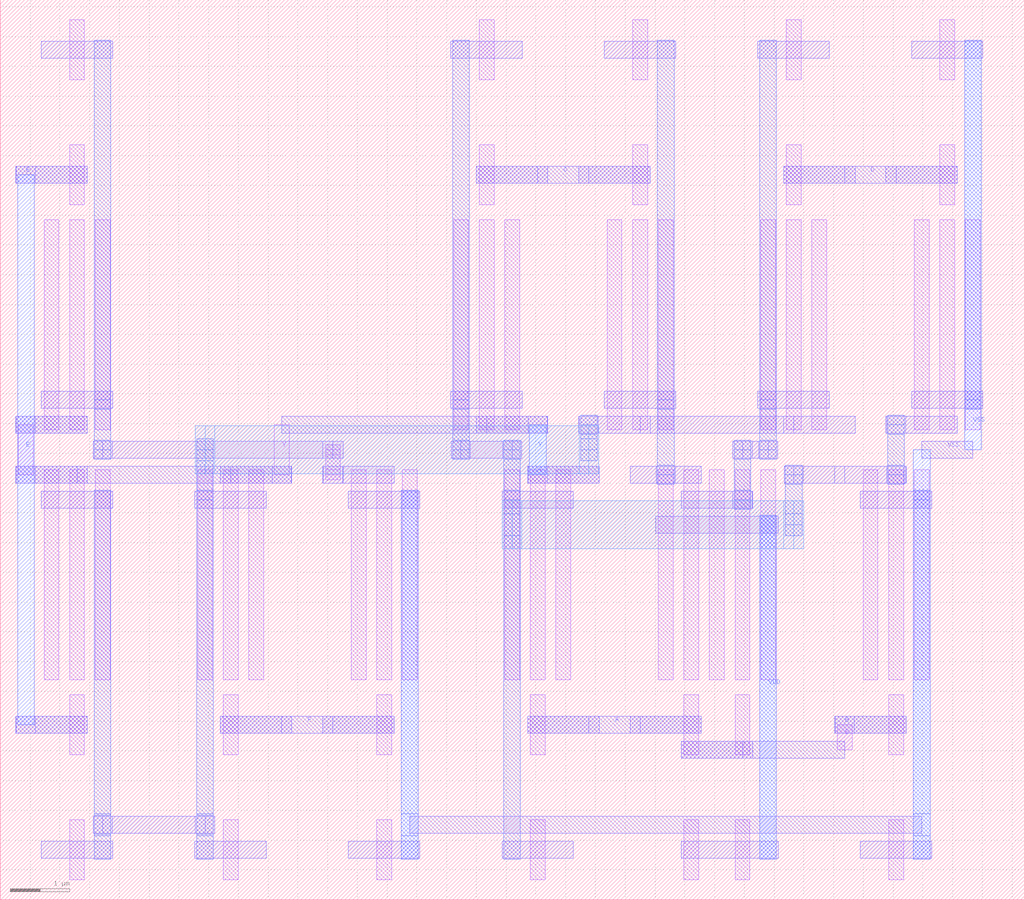
<source format=lef>
MACRO TEST
  ORIGIN 0 0 ;
  FOREIGN TEST 0 0 ;
  SIZE 17.2 BY 15.12 ;
  PIN E
    DIRECTION INOUT ;
    USE SIGNAL ;
    PORT 
      LAYER M2 ;
        RECT 0.26 2.8 1.46 3.08 ;
      LAYER M2 ;
        RECT 0.26 12.04 1.46 12.32 ;
      LAYER M2 ;
        RECT 0.27 2.8 0.59 3.08 ;
      LAYER M3 ;
        RECT 0.29 2.94 0.57 12.18 ;
      LAYER M2 ;
        RECT 0.27 12.04 0.59 12.32 ;
    END
  END E
  PIN Y
    DIRECTION INOUT ;
    USE SIGNAL ;
    PORT 
      LAYER M2 ;
        RECT 0.26 7 1.46 7.28 ;
      LAYER M2 ;
        RECT 0.26 7.84 1.46 8.12 ;
      LAYER M2 ;
        RECT 0.27 7 0.59 7.28 ;
      LAYER M1 ;
        RECT 0.305 7.14 0.555 7.98 ;
      LAYER M2 ;
        RECT 0.27 7.84 0.59 8.12 ;
      LAYER M2 ;
        RECT 3.7 7 4.9 7.28 ;
      LAYER M2 ;
        RECT 8 7.84 9.2 8.12 ;
      LAYER M2 ;
        RECT 8.86 7 10.06 7.28 ;
      LAYER M2 ;
        RECT 1.29 7 3.87 7.28 ;
      LAYER M2 ;
        RECT 4.57 7 4.89 7.28 ;
      LAYER M1 ;
        RECT 4.605 7.14 4.855 7.98 ;
      LAYER M2 ;
        RECT 4.73 7.84 8.17 8.12 ;
      LAYER M2 ;
        RECT 8.87 7.84 9.19 8.12 ;
      LAYER M3 ;
        RECT 8.89 7.14 9.17 7.98 ;
      LAYER M2 ;
        RECT 8.87 7 9.19 7.28 ;
    END
  END Y
  PIN A
    DIRECTION INOUT ;
    USE SIGNAL ;
    PORT 
      LAYER M2 ;
        RECT 8.86 2.8 10.06 3.08 ;
      LAYER M2 ;
        RECT 10.58 2.8 11.78 3.08 ;
      LAYER M2 ;
        RECT 9.89 2.8 10.75 3.08 ;
    END
  END A
  PIN B
    DIRECTION INOUT ;
    USE SIGNAL ;
    PORT 
      LAYER M2 ;
        RECT 11.44 2.38 12.64 2.66 ;
      LAYER M2 ;
        RECT 14.02 2.8 15.22 3.08 ;
      LAYER M2 ;
        RECT 12.47 2.38 14.19 2.66 ;
      LAYER M1 ;
        RECT 14.065 2.52 14.315 2.94 ;
      LAYER M2 ;
        RECT 14.03 2.8 14.35 3.08 ;
    END
  END B
  PIN VDD
    DIRECTION INOUT ;
    USE SIGNAL ;
    PORT 
      LAYER M3 ;
        RECT 12.76 0.68 13.04 6.46 ;
    END
  END VDD
  PIN VSS
    DIRECTION INOUT ;
    USE SIGNAL ;
    PORT 
      LAYER M3 ;
        RECT 6.74 0.68 7.02 6.88 ;
      LAYER M3 ;
        RECT 15.34 0.68 15.62 6.88 ;
      LAYER M3 ;
        RECT 16.2 8.24 16.48 14.44 ;
      LAYER M3 ;
        RECT 6.74 1.075 7.02 1.445 ;
      LAYER M2 ;
        RECT 6.88 1.12 15.48 1.4 ;
      LAYER M3 ;
        RECT 15.34 1.075 15.62 1.445 ;
      LAYER M3 ;
        RECT 15.34 6.72 15.62 7.56 ;
      LAYER M2 ;
        RECT 15.48 7.42 16.34 7.7 ;
      LAYER M3 ;
        RECT 16.2 7.56 16.48 8.4 ;
    END
  END VSS
  PIN D
    DIRECTION INOUT ;
    USE SIGNAL ;
    PORT 
      LAYER M2 ;
        RECT 13.16 12.04 14.36 12.32 ;
      LAYER M2 ;
        RECT 14.88 12.04 16.08 12.32 ;
      LAYER M2 ;
        RECT 14.19 12.04 15.05 12.32 ;
    END
  END D
  PIN F
    DIRECTION INOUT ;
    USE SIGNAL ;
    PORT 
      LAYER M2 ;
        RECT 3.7 2.8 4.9 3.08 ;
      LAYER M2 ;
        RECT 5.42 2.8 6.62 3.08 ;
      LAYER M2 ;
        RECT 4.73 2.8 5.59 3.08 ;
    END
  END F
  PIN C
    DIRECTION INOUT ;
    USE SIGNAL ;
    PORT 
      LAYER M2 ;
        RECT 8 12.04 9.2 12.32 ;
      LAYER M2 ;
        RECT 9.72 12.04 10.92 12.32 ;
      LAYER M2 ;
        RECT 9.03 12.04 9.89 12.32 ;
    END
  END C
  OBS 
  LAYER M3 ;
        RECT 1.58 8.24 1.86 14.44 ;
  LAYER M2 ;
        RECT 5.42 7 6.62 7.28 ;
  LAYER M3 ;
        RECT 1.58 7.56 1.86 8.4 ;
  LAYER M2 ;
        RECT 1.72 7.42 5.59 7.7 ;
  LAYER M1 ;
        RECT 5.465 7.14 5.715 7.56 ;
  LAYER M2 ;
        RECT 5.43 7 5.75 7.28 ;
  LAYER M1 ;
        RECT 5.465 7.055 5.715 7.225 ;
  LAYER M2 ;
        RECT 5.42 7 5.76 7.28 ;
  LAYER M1 ;
        RECT 5.465 7.475 5.715 7.645 ;
  LAYER M2 ;
        RECT 5.42 7.42 5.76 7.7 ;
  LAYER M2 ;
        RECT 1.56 7.42 1.88 7.7 ;
  LAYER M3 ;
        RECT 1.58 7.4 1.86 7.72 ;
  LAYER M1 ;
        RECT 5.465 7.055 5.715 7.225 ;
  LAYER M2 ;
        RECT 5.42 7 5.76 7.28 ;
  LAYER M1 ;
        RECT 5.465 7.475 5.715 7.645 ;
  LAYER M2 ;
        RECT 5.42 7.42 5.76 7.7 ;
  LAYER M2 ;
        RECT 1.56 7.42 1.88 7.7 ;
  LAYER M3 ;
        RECT 1.58 7.4 1.86 7.72 ;
  LAYER M3 ;
        RECT 1.58 0.68 1.86 6.88 ;
  LAYER M3 ;
        RECT 3.3 0.68 3.58 6.88 ;
  LAYER M2 ;
        RECT 9.72 7.84 10.92 8.12 ;
  LAYER M2 ;
        RECT 13.16 7.84 14.36 8.12 ;
  LAYER M3 ;
        RECT 1.58 1.075 1.86 1.445 ;
  LAYER M2 ;
        RECT 1.72 1.12 3.44 1.4 ;
  LAYER M3 ;
        RECT 3.3 1.075 3.58 1.445 ;
  LAYER M3 ;
        RECT 3.3 6.72 3.58 7.56 ;
  LAYER M4 ;
        RECT 3.44 7.16 9.89 7.96 ;
  LAYER M3 ;
        RECT 9.75 7.56 10.03 7.98 ;
  LAYER M2 ;
        RECT 9.73 7.84 10.05 8.12 ;
  LAYER M2 ;
        RECT 10.75 7.84 13.33 8.12 ;
  LAYER M2 ;
        RECT 1.56 1.12 1.88 1.4 ;
  LAYER M3 ;
        RECT 1.58 1.1 1.86 1.42 ;
  LAYER M2 ;
        RECT 3.28 1.12 3.6 1.4 ;
  LAYER M3 ;
        RECT 3.3 1.1 3.58 1.42 ;
  LAYER M2 ;
        RECT 1.56 1.12 1.88 1.4 ;
  LAYER M3 ;
        RECT 1.58 1.1 1.86 1.42 ;
  LAYER M2 ;
        RECT 3.28 1.12 3.6 1.4 ;
  LAYER M3 ;
        RECT 3.3 1.1 3.58 1.42 ;
  LAYER M2 ;
        RECT 1.56 1.12 1.88 1.4 ;
  LAYER M3 ;
        RECT 1.58 1.1 1.86 1.42 ;
  LAYER M2 ;
        RECT 3.28 1.12 3.6 1.4 ;
  LAYER M3 ;
        RECT 3.3 1.1 3.58 1.42 ;
  LAYER M2 ;
        RECT 9.73 7.84 10.05 8.12 ;
  LAYER M3 ;
        RECT 9.75 7.82 10.03 8.14 ;
  LAYER M3 ;
        RECT 3.3 7.375 3.58 7.745 ;
  LAYER M4 ;
        RECT 3.275 7.16 3.605 7.96 ;
  LAYER M3 ;
        RECT 9.75 7.375 10.03 7.745 ;
  LAYER M4 ;
        RECT 9.725 7.16 10.055 7.96 ;
  LAYER M2 ;
        RECT 1.56 1.12 1.88 1.4 ;
  LAYER M3 ;
        RECT 1.58 1.1 1.86 1.42 ;
  LAYER M2 ;
        RECT 3.28 1.12 3.6 1.4 ;
  LAYER M3 ;
        RECT 3.3 1.1 3.58 1.42 ;
  LAYER M2 ;
        RECT 9.73 7.84 10.05 8.12 ;
  LAYER M3 ;
        RECT 9.75 7.82 10.03 8.14 ;
  LAYER M3 ;
        RECT 3.3 7.375 3.58 7.745 ;
  LAYER M4 ;
        RECT 3.275 7.16 3.605 7.96 ;
  LAYER M3 ;
        RECT 9.75 7.375 10.03 7.745 ;
  LAYER M4 ;
        RECT 9.725 7.16 10.055 7.96 ;
  LAYER M2 ;
        RECT 1.56 1.12 1.88 1.4 ;
  LAYER M3 ;
        RECT 1.58 1.1 1.86 1.42 ;
  LAYER M2 ;
        RECT 3.28 1.12 3.6 1.4 ;
  LAYER M3 ;
        RECT 3.3 1.1 3.58 1.42 ;
  LAYER M2 ;
        RECT 9.73 7.84 10.05 8.12 ;
  LAYER M3 ;
        RECT 9.75 7.82 10.03 8.14 ;
  LAYER M3 ;
        RECT 3.3 7.375 3.58 7.745 ;
  LAYER M4 ;
        RECT 3.275 7.16 3.605 7.96 ;
  LAYER M3 ;
        RECT 9.75 7.375 10.03 7.745 ;
  LAYER M4 ;
        RECT 9.725 7.16 10.055 7.96 ;
  LAYER M2 ;
        RECT 1.56 1.12 1.88 1.4 ;
  LAYER M3 ;
        RECT 1.58 1.1 1.86 1.42 ;
  LAYER M2 ;
        RECT 3.28 1.12 3.6 1.4 ;
  LAYER M3 ;
        RECT 3.3 1.1 3.58 1.42 ;
  LAYER M2 ;
        RECT 9.73 7.84 10.05 8.12 ;
  LAYER M3 ;
        RECT 9.75 7.82 10.03 8.14 ;
  LAYER M3 ;
        RECT 3.3 7.375 3.58 7.745 ;
  LAYER M4 ;
        RECT 3.275 7.16 3.605 7.96 ;
  LAYER M3 ;
        RECT 9.75 7.375 10.03 7.745 ;
  LAYER M4 ;
        RECT 9.725 7.16 10.055 7.96 ;
  LAYER M2 ;
        RECT 10.58 7 11.78 7.28 ;
  LAYER M3 ;
        RECT 11.04 8.24 11.32 14.44 ;
  LAYER M2 ;
        RECT 11.02 7 11.34 7.28 ;
  LAYER M3 ;
        RECT 11.04 7.14 11.32 8.4 ;
  LAYER M2 ;
        RECT 11.02 7 11.34 7.28 ;
  LAYER M3 ;
        RECT 11.04 6.98 11.32 7.3 ;
  LAYER M2 ;
        RECT 11.02 7 11.34 7.28 ;
  LAYER M3 ;
        RECT 11.04 6.98 11.32 7.3 ;
  LAYER M2 ;
        RECT 11.44 6.58 12.64 6.86 ;
  LAYER M3 ;
        RECT 12.76 8.24 13.04 14.44 ;
  LAYER M2 ;
        RECT 12.31 6.58 12.63 6.86 ;
  LAYER M3 ;
        RECT 12.33 6.72 12.61 7.56 ;
  LAYER M2 ;
        RECT 12.47 7.42 12.9 7.7 ;
  LAYER M3 ;
        RECT 12.76 7.56 13.04 8.4 ;
  LAYER M2 ;
        RECT 12.31 6.58 12.63 6.86 ;
  LAYER M3 ;
        RECT 12.33 6.56 12.61 6.88 ;
  LAYER M2 ;
        RECT 12.31 7.42 12.63 7.7 ;
  LAYER M3 ;
        RECT 12.33 7.4 12.61 7.72 ;
  LAYER M2 ;
        RECT 12.74 7.42 13.06 7.7 ;
  LAYER M3 ;
        RECT 12.76 7.4 13.04 7.72 ;
  LAYER M2 ;
        RECT 12.31 6.58 12.63 6.86 ;
  LAYER M3 ;
        RECT 12.33 6.56 12.61 6.88 ;
  LAYER M2 ;
        RECT 12.31 7.42 12.63 7.7 ;
  LAYER M3 ;
        RECT 12.33 7.4 12.61 7.72 ;
  LAYER M2 ;
        RECT 12.74 7.42 13.06 7.7 ;
  LAYER M3 ;
        RECT 12.76 7.4 13.04 7.72 ;
  LAYER M3 ;
        RECT 8.46 0.68 8.74 6.88 ;
  LAYER M3 ;
        RECT 7.6 8.24 7.88 14.44 ;
  LAYER M2 ;
        RECT 14.02 7 15.22 7.28 ;
  LAYER M2 ;
        RECT 14.88 7.84 16.08 8.12 ;
  LAYER M3 ;
        RECT 8.46 6.72 8.74 7.56 ;
  LAYER M2 ;
        RECT 7.74 7.42 8.6 7.7 ;
  LAYER M3 ;
        RECT 7.6 7.56 7.88 8.4 ;
  LAYER M3 ;
        RECT 8.46 6.115 8.74 6.485 ;
  LAYER M4 ;
        RECT 8.6 5.9 13.33 6.7 ;
  LAYER M3 ;
        RECT 13.19 6.3 13.47 7.14 ;
  LAYER M2 ;
        RECT 13.33 7 14.19 7.28 ;
  LAYER M2 ;
        RECT 14.89 7 15.21 7.28 ;
  LAYER M3 ;
        RECT 14.91 7.14 15.19 7.98 ;
  LAYER M2 ;
        RECT 14.89 7.84 15.21 8.12 ;
  LAYER M2 ;
        RECT 7.58 7.42 7.9 7.7 ;
  LAYER M3 ;
        RECT 7.6 7.4 7.88 7.72 ;
  LAYER M2 ;
        RECT 8.44 7.42 8.76 7.7 ;
  LAYER M3 ;
        RECT 8.46 7.4 8.74 7.72 ;
  LAYER M2 ;
        RECT 7.58 7.42 7.9 7.7 ;
  LAYER M3 ;
        RECT 7.6 7.4 7.88 7.72 ;
  LAYER M2 ;
        RECT 8.44 7.42 8.76 7.7 ;
  LAYER M3 ;
        RECT 8.46 7.4 8.74 7.72 ;
  LAYER M2 ;
        RECT 7.58 7.42 7.9 7.7 ;
  LAYER M3 ;
        RECT 7.6 7.4 7.88 7.72 ;
  LAYER M2 ;
        RECT 8.44 7.42 8.76 7.7 ;
  LAYER M3 ;
        RECT 8.46 7.4 8.74 7.72 ;
  LAYER M2 ;
        RECT 13.17 7 13.49 7.28 ;
  LAYER M3 ;
        RECT 13.19 6.98 13.47 7.3 ;
  LAYER M3 ;
        RECT 8.46 6.115 8.74 6.485 ;
  LAYER M4 ;
        RECT 8.435 5.9 8.765 6.7 ;
  LAYER M3 ;
        RECT 13.19 6.115 13.47 6.485 ;
  LAYER M4 ;
        RECT 13.165 5.9 13.495 6.7 ;
  LAYER M2 ;
        RECT 7.58 7.42 7.9 7.7 ;
  LAYER M3 ;
        RECT 7.6 7.4 7.88 7.72 ;
  LAYER M2 ;
        RECT 8.44 7.42 8.76 7.7 ;
  LAYER M3 ;
        RECT 8.46 7.4 8.74 7.72 ;
  LAYER M2 ;
        RECT 13.17 7 13.49 7.28 ;
  LAYER M3 ;
        RECT 13.19 6.98 13.47 7.3 ;
  LAYER M3 ;
        RECT 8.46 6.115 8.74 6.485 ;
  LAYER M4 ;
        RECT 8.435 5.9 8.765 6.7 ;
  LAYER M3 ;
        RECT 13.19 6.115 13.47 6.485 ;
  LAYER M4 ;
        RECT 13.165 5.9 13.495 6.7 ;
  LAYER M2 ;
        RECT 7.58 7.42 7.9 7.7 ;
  LAYER M3 ;
        RECT 7.6 7.4 7.88 7.72 ;
  LAYER M2 ;
        RECT 8.44 7.42 8.76 7.7 ;
  LAYER M3 ;
        RECT 8.46 7.4 8.74 7.72 ;
  LAYER M2 ;
        RECT 13.17 7 13.49 7.28 ;
  LAYER M3 ;
        RECT 13.19 6.98 13.47 7.3 ;
  LAYER M2 ;
        RECT 14.89 7 15.21 7.28 ;
  LAYER M3 ;
        RECT 14.91 6.98 15.19 7.3 ;
  LAYER M2 ;
        RECT 14.89 7.84 15.21 8.12 ;
  LAYER M3 ;
        RECT 14.91 7.82 15.19 8.14 ;
  LAYER M3 ;
        RECT 8.46 6.115 8.74 6.485 ;
  LAYER M4 ;
        RECT 8.435 5.9 8.765 6.7 ;
  LAYER M3 ;
        RECT 13.19 6.115 13.47 6.485 ;
  LAYER M4 ;
        RECT 13.165 5.9 13.495 6.7 ;
  LAYER M2 ;
        RECT 7.58 7.42 7.9 7.7 ;
  LAYER M3 ;
        RECT 7.6 7.4 7.88 7.72 ;
  LAYER M2 ;
        RECT 8.44 7.42 8.76 7.7 ;
  LAYER M3 ;
        RECT 8.46 7.4 8.74 7.72 ;
  LAYER M2 ;
        RECT 13.17 7 13.49 7.28 ;
  LAYER M3 ;
        RECT 13.19 6.98 13.47 7.3 ;
  LAYER M2 ;
        RECT 14.89 7 15.21 7.28 ;
  LAYER M3 ;
        RECT 14.91 6.98 15.19 7.3 ;
  LAYER M2 ;
        RECT 14.89 7.84 15.21 8.12 ;
  LAYER M3 ;
        RECT 14.91 7.82 15.19 8.14 ;
  LAYER M3 ;
        RECT 8.46 6.115 8.74 6.485 ;
  LAYER M4 ;
        RECT 8.435 5.9 8.765 6.7 ;
  LAYER M3 ;
        RECT 13.19 6.115 13.47 6.485 ;
  LAYER M4 ;
        RECT 13.165 5.9 13.495 6.7 ;
  LAYER M1 ;
        RECT 1.165 7.895 1.415 11.425 ;
  LAYER M1 ;
        RECT 1.165 11.675 1.415 12.685 ;
  LAYER M1 ;
        RECT 1.165 13.775 1.415 14.785 ;
  LAYER M1 ;
        RECT 0.735 7.895 0.985 11.425 ;
  LAYER M1 ;
        RECT 1.595 7.895 1.845 11.425 ;
  LAYER M2 ;
        RECT 0.69 8.26 1.89 8.54 ;
  LAYER M2 ;
        RECT 0.69 14.14 1.89 14.42 ;
  LAYER M2 ;
        RECT 0.26 7.84 1.46 8.12 ;
  LAYER M2 ;
        RECT 0.26 12.04 1.46 12.32 ;
  LAYER M3 ;
        RECT 1.58 8.24 1.86 14.44 ;
  LAYER M1 ;
        RECT 1.165 3.695 1.415 7.225 ;
  LAYER M1 ;
        RECT 1.165 2.435 1.415 3.445 ;
  LAYER M1 ;
        RECT 1.165 0.335 1.415 1.345 ;
  LAYER M1 ;
        RECT 0.735 3.695 0.985 7.225 ;
  LAYER M1 ;
        RECT 1.595 3.695 1.845 7.225 ;
  LAYER M2 ;
        RECT 0.69 6.58 1.89 6.86 ;
  LAYER M2 ;
        RECT 0.69 0.7 1.89 0.98 ;
  LAYER M2 ;
        RECT 0.26 7 1.46 7.28 ;
  LAYER M2 ;
        RECT 0.26 2.8 1.46 3.08 ;
  LAYER M3 ;
        RECT 1.58 0.68 1.86 6.88 ;
  LAYER M1 ;
        RECT 11.485 3.695 11.735 7.225 ;
  LAYER M1 ;
        RECT 11.485 2.435 11.735 3.445 ;
  LAYER M1 ;
        RECT 11.485 0.335 11.735 1.345 ;
  LAYER M1 ;
        RECT 11.055 3.695 11.305 7.225 ;
  LAYER M1 ;
        RECT 11.915 3.695 12.165 7.225 ;
  LAYER M1 ;
        RECT 12.345 3.695 12.595 7.225 ;
  LAYER M1 ;
        RECT 12.345 2.435 12.595 3.445 ;
  LAYER M1 ;
        RECT 12.345 0.335 12.595 1.345 ;
  LAYER M1 ;
        RECT 12.775 3.695 13.025 7.225 ;
  LAYER M2 ;
        RECT 11.01 6.16 13.07 6.44 ;
  LAYER M2 ;
        RECT 11.44 0.7 13.07 0.98 ;
  LAYER M2 ;
        RECT 10.58 7 11.78 7.28 ;
  LAYER M2 ;
        RECT 11.44 6.58 12.64 6.86 ;
  LAYER M2 ;
        RECT 10.58 2.8 11.78 3.08 ;
  LAYER M2 ;
        RECT 11.44 2.38 12.64 2.66 ;
  LAYER M3 ;
        RECT 12.76 0.68 13.04 6.46 ;
  LAYER M1 ;
        RECT 14.925 3.695 15.175 7.225 ;
  LAYER M1 ;
        RECT 14.925 2.435 15.175 3.445 ;
  LAYER M1 ;
        RECT 14.925 0.335 15.175 1.345 ;
  LAYER M1 ;
        RECT 14.495 3.695 14.745 7.225 ;
  LAYER M1 ;
        RECT 15.355 3.695 15.605 7.225 ;
  LAYER M2 ;
        RECT 14.45 6.58 15.65 6.86 ;
  LAYER M2 ;
        RECT 14.45 0.7 15.65 0.98 ;
  LAYER M2 ;
        RECT 14.02 7 15.22 7.28 ;
  LAYER M2 ;
        RECT 14.02 2.8 15.22 3.08 ;
  LAYER M3 ;
        RECT 15.34 0.68 15.62 6.88 ;
  LAYER M1 ;
        RECT 15.785 7.895 16.035 11.425 ;
  LAYER M1 ;
        RECT 15.785 11.675 16.035 12.685 ;
  LAYER M1 ;
        RECT 15.785 13.775 16.035 14.785 ;
  LAYER M1 ;
        RECT 15.355 7.895 15.605 11.425 ;
  LAYER M1 ;
        RECT 16.215 7.895 16.465 11.425 ;
  LAYER M2 ;
        RECT 15.31 8.26 16.51 8.54 ;
  LAYER M2 ;
        RECT 15.31 14.14 16.51 14.42 ;
  LAYER M2 ;
        RECT 14.88 7.84 16.08 8.12 ;
  LAYER M2 ;
        RECT 14.88 12.04 16.08 12.32 ;
  LAYER M3 ;
        RECT 16.2 8.24 16.48 14.44 ;
  LAYER M1 ;
        RECT 6.325 3.695 6.575 7.225 ;
  LAYER M1 ;
        RECT 6.325 2.435 6.575 3.445 ;
  LAYER M1 ;
        RECT 6.325 0.335 6.575 1.345 ;
  LAYER M1 ;
        RECT 5.895 3.695 6.145 7.225 ;
  LAYER M1 ;
        RECT 6.755 3.695 7.005 7.225 ;
  LAYER M2 ;
        RECT 5.85 6.58 7.05 6.86 ;
  LAYER M2 ;
        RECT 5.85 0.7 7.05 0.98 ;
  LAYER M2 ;
        RECT 5.42 7 6.62 7.28 ;
  LAYER M2 ;
        RECT 5.42 2.8 6.62 3.08 ;
  LAYER M3 ;
        RECT 6.74 0.68 7.02 6.88 ;
  LAYER M1 ;
        RECT 8.905 3.695 9.155 7.225 ;
  LAYER M1 ;
        RECT 8.905 2.435 9.155 3.445 ;
  LAYER M1 ;
        RECT 8.905 0.335 9.155 1.345 ;
  LAYER M1 ;
        RECT 9.335 3.695 9.585 7.225 ;
  LAYER M1 ;
        RECT 8.475 3.695 8.725 7.225 ;
  LAYER M2 ;
        RECT 8.43 6.58 9.63 6.86 ;
  LAYER M2 ;
        RECT 8.43 0.7 9.63 0.98 ;
  LAYER M2 ;
        RECT 8.86 7 10.06 7.28 ;
  LAYER M2 ;
        RECT 8.86 2.8 10.06 3.08 ;
  LAYER M3 ;
        RECT 8.46 0.68 8.74 6.88 ;
  LAYER M1 ;
        RECT 8.045 7.895 8.295 11.425 ;
  LAYER M1 ;
        RECT 8.045 11.675 8.295 12.685 ;
  LAYER M1 ;
        RECT 8.045 13.775 8.295 14.785 ;
  LAYER M1 ;
        RECT 8.475 7.895 8.725 11.425 ;
  LAYER M1 ;
        RECT 7.615 7.895 7.865 11.425 ;
  LAYER M2 ;
        RECT 7.57 8.26 8.77 8.54 ;
  LAYER M2 ;
        RECT 7.57 14.14 8.77 14.42 ;
  LAYER M2 ;
        RECT 8 7.84 9.2 8.12 ;
  LAYER M2 ;
        RECT 8 12.04 9.2 12.32 ;
  LAYER M3 ;
        RECT 7.6 8.24 7.88 14.44 ;
  LAYER M1 ;
        RECT 3.745 3.695 3.995 7.225 ;
  LAYER M1 ;
        RECT 3.745 2.435 3.995 3.445 ;
  LAYER M1 ;
        RECT 3.745 0.335 3.995 1.345 ;
  LAYER M1 ;
        RECT 4.175 3.695 4.425 7.225 ;
  LAYER M1 ;
        RECT 3.315 3.695 3.565 7.225 ;
  LAYER M2 ;
        RECT 3.27 6.58 4.47 6.86 ;
  LAYER M2 ;
        RECT 3.27 0.7 4.47 0.98 ;
  LAYER M2 ;
        RECT 3.7 7 4.9 7.28 ;
  LAYER M2 ;
        RECT 3.7 2.8 4.9 3.08 ;
  LAYER M3 ;
        RECT 3.3 0.68 3.58 6.88 ;
  LAYER M1 ;
        RECT 10.625 7.895 10.875 11.425 ;
  LAYER M1 ;
        RECT 10.625 11.675 10.875 12.685 ;
  LAYER M1 ;
        RECT 10.625 13.775 10.875 14.785 ;
  LAYER M1 ;
        RECT 10.195 7.895 10.445 11.425 ;
  LAYER M1 ;
        RECT 11.055 7.895 11.305 11.425 ;
  LAYER M2 ;
        RECT 10.15 8.26 11.35 8.54 ;
  LAYER M2 ;
        RECT 10.15 14.14 11.35 14.42 ;
  LAYER M2 ;
        RECT 9.72 7.84 10.92 8.12 ;
  LAYER M2 ;
        RECT 9.72 12.04 10.92 12.32 ;
  LAYER M3 ;
        RECT 11.04 8.24 11.32 14.44 ;
  LAYER M1 ;
        RECT 13.205 7.895 13.455 11.425 ;
  LAYER M1 ;
        RECT 13.205 11.675 13.455 12.685 ;
  LAYER M1 ;
        RECT 13.205 13.775 13.455 14.785 ;
  LAYER M1 ;
        RECT 13.635 7.895 13.885 11.425 ;
  LAYER M1 ;
        RECT 12.775 7.895 13.025 11.425 ;
  LAYER M2 ;
        RECT 12.73 8.26 13.93 8.54 ;
  LAYER M2 ;
        RECT 12.73 14.14 13.93 14.42 ;
  LAYER M2 ;
        RECT 13.16 7.84 14.36 8.12 ;
  LAYER M2 ;
        RECT 13.16 12.04 14.36 12.32 ;
  LAYER M3 ;
        RECT 12.76 8.24 13.04 14.44 ;
  END 
END TEST

</source>
